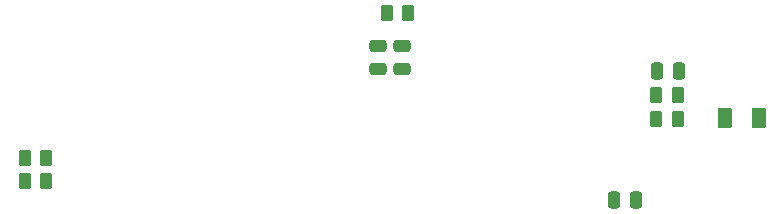
<source format=gbp>
G04 #@! TF.GenerationSoftware,KiCad,Pcbnew,(6.99.0-3780-g6ddc5c1a6e)*
G04 #@! TF.CreationDate,2022-10-12T10:17:30+02:00*
G04 #@! TF.ProjectId,BalthazarPSU3,42616c74-6861-47a6-9172-505355332e6b,v02*
G04 #@! TF.SameCoordinates,Original*
G04 #@! TF.FileFunction,Paste,Bot*
G04 #@! TF.FilePolarity,Positive*
%FSLAX46Y46*%
G04 Gerber Fmt 4.6, Leading zero omitted, Abs format (unit mm)*
G04 Created by KiCad (PCBNEW (6.99.0-3780-g6ddc5c1a6e)) date 2022-10-12 10:17:30*
%MOMM*%
%LPD*%
G01*
G04 APERTURE LIST*
G04 Aperture macros list*
%AMRoundRect*
0 Rectangle with rounded corners*
0 $1 Rounding radius*
0 $2 $3 $4 $5 $6 $7 $8 $9 X,Y pos of 4 corners*
0 Add a 4 corners polygon primitive as box body*
4,1,4,$2,$3,$4,$5,$6,$7,$8,$9,$2,$3,0*
0 Add four circle primitives for the rounded corners*
1,1,$1+$1,$2,$3*
1,1,$1+$1,$4,$5*
1,1,$1+$1,$6,$7*
1,1,$1+$1,$8,$9*
0 Add four rect primitives between the rounded corners*
20,1,$1+$1,$2,$3,$4,$5,0*
20,1,$1+$1,$4,$5,$6,$7,0*
20,1,$1+$1,$6,$7,$8,$9,0*
20,1,$1+$1,$8,$9,$2,$3,0*%
G04 Aperture macros list end*
%ADD10RoundRect,0.250000X0.375000X0.625000X-0.375000X0.625000X-0.375000X-0.625000X0.375000X-0.625000X0*%
%ADD11RoundRect,0.250000X-0.262500X-0.450000X0.262500X-0.450000X0.262500X0.450000X-0.262500X0.450000X0*%
%ADD12RoundRect,0.250000X-0.475000X0.250000X-0.475000X-0.250000X0.475000X-0.250000X0.475000X0.250000X0*%
%ADD13RoundRect,0.250000X-0.250000X-0.475000X0.250000X-0.475000X0.250000X0.475000X-0.250000X0.475000X0*%
G04 APERTURE END LIST*
D10*
X164341000Y-70866000D03*
X161541000Y-70866000D03*
D11*
X155678500Y-70993000D03*
X157503500Y-70993000D03*
X155678500Y-68961000D03*
X157503500Y-68961000D03*
X132842000Y-61976000D03*
X134667000Y-61976000D03*
D12*
X132080000Y-64810500D03*
X132080000Y-66710500D03*
D13*
X155702000Y-66929000D03*
X157602000Y-66929000D03*
D12*
X134112000Y-64810500D03*
X134112000Y-66710500D03*
D11*
X102211500Y-74295000D03*
X104036500Y-74295000D03*
X102211500Y-76200000D03*
X104036500Y-76200000D03*
D13*
X152085000Y-77851000D03*
X153985000Y-77851000D03*
M02*

</source>
